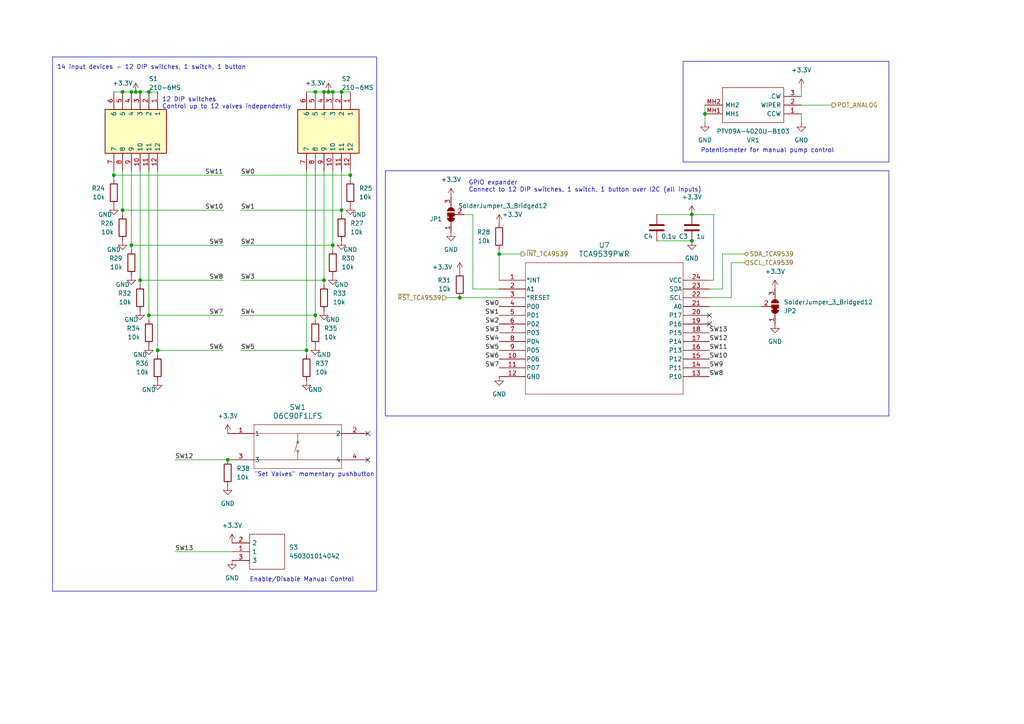
<source format=kicad_sch>
(kicad_sch (version 20230121) (generator eeschema)
  (paper "A4")
  (lib_symbols
    (symbol "2023-08-08_01-32-38:TCA9539PWR" (pin_names (offset 0.254))
      (property "Reference" "U" (at 30.48 10.16 0))
      (property "Value" "TCA9539PWR" (at 30.48 7.62 0))
      (symbol "TCA9539PWR_0_1"
        (polyline (pts (xy 7.62 -33.02) (xy 53.34 -33.02)) (stroke (width 0.127)))
        (polyline (pts (xy 7.62 5.08) (xy 7.62 -33.02)) (stroke (width 0.127)))
        (polyline (pts (xy 53.34 -33.02) (xy 53.34 5.08)) (stroke (width 0.127)))
        (polyline (pts (xy 53.34 5.08) (xy 7.62 5.08)) (stroke (width 0.127)))
        (pin output line (at 0 0 0) (length 7.62) (name "*INT") (number "1"))
        (pin bidirectional line (at 0 -22.86 0) (length 7.62) (name "P06") (number "10"))
        (pin bidirectional line (at 0 -25.4 0) (length 7.62) (name "P07") (number "11"))
        (pin power_in line (at 0 -27.94 0) (length 7.62) (name "GND") (number "12"))
        (pin bidirectional line (at 60.96 -27.94 180) (length 7.62) (name "P10") (number "13"))
        (pin bidirectional line (at 60.96 -25.4 180) (length 7.62) (name "P11") (number "14"))
        (pin bidirectional line (at 60.96 -22.86 180) (length 7.62) (name "P12") (number "15"))
        (pin bidirectional line (at 60.96 -20.32 180) (length 7.62) (name "P13") (number "16"))
        (pin bidirectional line (at 60.96 -17.78 180) (length 7.62) (name "P14") (number "17"))
        (pin bidirectional line (at 60.96 -15.24 180) (length 7.62) (name "P15") (number "18"))
        (pin bidirectional line (at 60.96 -12.7 180) (length 7.62) (name "P16") (number "19"))
        (pin input line (at 0 -2.54 0) (length 7.62) (name "A1") (number "2"))
        (pin bidirectional line (at 60.96 -10.16 180) (length 7.62) (name "P17") (number "20"))
        (pin input line (at 60.96 -7.62 180) (length 7.62) (name "A0") (number "21"))
        (pin bidirectional line (at 60.96 -5.08 180) (length 7.62) (name "SCL") (number "22"))
        (pin bidirectional line (at 60.96 -2.54 180) (length 7.62) (name "SDA") (number "23"))
        (pin power_in line (at 60.96 0 180) (length 7.62) (name "VCC") (number "24"))
        (pin input line (at 0 -5.08 0) (length 7.62) (name "*RESET") (number "3"))
        (pin bidirectional line (at 0 -7.62 0) (length 7.62) (name "P00") (number "4"))
        (pin bidirectional line (at 0 -10.16 0) (length 7.62) (name "P01") (number "5"))
        (pin bidirectional line (at 0 -12.7 0) (length 7.62) (name "P02") (number "6"))
        (pin bidirectional line (at 0 -15.24 0) (length 7.62) (name "P03") (number "7"))
        (pin bidirectional line (at 0 -17.78 0) (length 7.62) (name "P04") (number "8"))
        (pin bidirectional line (at 0 -20.32 0) (length 7.62) (name "P05") (number "9"))
      )
    )
    (symbol "210-6MS:210-6MS"
      (property "Reference" "S" (at 19.05 7.62 0))
      (property "Value" "210-6MS" (at 19.05 5.08 0))
      (symbol "210-6MS_1_1"
        (rectangle (start 5.08 2.54) (end 17.78 -15.24) (stroke (width 0.254)) (fill (type background)))
        (pin passive line (at 0 0 0) (length 5.08) (name "1") (number "1"))
        (pin passive line (at 22.86 -5.08 180) (length 5.08) (name "10") (number "10"))
        (pin passive line (at 22.86 -2.54 180) (length 5.08) (name "11") (number "11"))
        (pin passive line (at 22.86 0 180) (length 5.08) (name "12") (number "12"))
        (pin passive line (at 0 -2.54 0) (length 5.08) (name "2") (number "2"))
        (pin passive line (at 0 -5.08 0) (length 5.08) (name "3") (number "3"))
        (pin passive line (at 0 -7.62 0) (length 5.08) (name "4") (number "4"))
        (pin passive line (at 0 -10.16 0) (length 5.08) (name "5") (number "5"))
        (pin passive line (at 0 -12.7 0) (length 5.08) (name "6") (number "6"))
        (pin passive line (at 22.86 -12.7 180) (length 5.08) (name "7") (number "7"))
        (pin passive line (at 22.86 -10.16 180) (length 5.08) (name "8") (number "8"))
        (pin passive line (at 22.86 -7.62 180) (length 5.08) (name "9") (number "9"))
      )
    )
    (symbol "450301014042:450301014042" (pin_names (offset 0.762))
      (property "Reference" "S" (at 16.51 7.62 0))
      (property "Value" "450301014042" (at 16.51 5.08 0))
      (symbol "450301014042_0_0"
        (pin passive line (at 0 -2.54 0) (length 5.08) (name "1") (number "1"))
        (pin passive line (at 0 0 0) (length 5.08) (name "2") (number "2"))
        (pin passive line (at 0 -5.08 0) (length 5.08) (name "3") (number "3"))
      )
      (symbol "450301014042_0_1"
        (polyline (pts (xy 5.08 2.54) (xy 15.24 2.54) (xy 15.24 -7.62) (xy 5.08 -7.62) (xy 5.08 2.54)) (stroke (width 0.1524)))
      )
    )
    (symbol "Device:C" (pin_numbers hide) (pin_names (offset 0.254))
      (property "Reference" "C" (at 0.635 2.54 0))
      (property "Value" "C" (at 0.635 -2.54 0))
      (symbol "C_0_1"
        (polyline (pts (xy -2.032 -0.762) (xy 2.032 -0.762)) (stroke (width 0.508)))
        (polyline (pts (xy -2.032 0.762) (xy 2.032 0.762)) (stroke (width 0.508)))
      )
      (symbol "C_1_1"
        (pin passive line (at 0 3.81 270) (length 2.794) (name "~") (number "1"))
        (pin passive line (at 0 -3.81 90) (length 2.794) (name "~") (number "2"))
      )
    )
    (symbol "Device:R" (pin_numbers hide) (pin_names (offset 0))
      (property "Reference" "R" (at 2.032 0 90))
      (property "Value" "R" (at 0 0 90))
      (symbol "R_0_1"
        (rectangle (start -1.016 -2.54) (end 1.016 2.54) (stroke (width 0.254)))
      )
      (symbol "R_1_1"
        (pin passive line (at 0 3.81 270) (length 1.27) (name "~") (number "1"))
        (pin passive line (at 0 -3.81 90) (length 1.27) (name "~") (number "2"))
      )
    )
    (symbol "Jumper:SolderJumper_3_Bridged12" (pin_names (offset 0) hide)
      (property "Reference" "JP" (at -2.54 -2.54 0))
      (property "Value" "SolderJumper_3_Bridged12" (at 0 2.794 0))
      (symbol "SolderJumper_3_Bridged12_0_1"
        (rectangle (start -1.016 0.508) (end -0.508 -0.508) (fill (type outline)))
        (arc (start -1.016 1.016) (mid -2.0276 0) (end -1.016 -1.016))
        (arc (start -1.016 1.016) (mid -2.0276 0) (end -1.016 -1.016) (fill (type outline)))
        (rectangle (start -0.508 1.016) (end 0.508 -1.016) (fill (type outline)))
        (polyline (pts (xy -2.54 0) (xy -2.032 0)))
        (polyline (pts (xy -1.016 1.016) (xy -1.016 -1.016)))
        (polyline (pts (xy 0 -1.27) (xy 0 -1.016)))
        (polyline (pts (xy 1.016 1.016) (xy 1.016 -1.016)))
        (polyline (pts (xy 2.54 0) (xy 2.032 0)))
        (arc (start 1.016 -1.016) (mid 2.0276 0) (end 1.016 1.016))
        (arc (start 1.016 -1.016) (mid 2.0276 0) (end 1.016 1.016) (fill (type outline)))
      )
      (symbol "SolderJumper_3_Bridged12_1_1"
        (pin passive line (at -5.08 0 0) (length 2.54) (name "A") (number "1"))
        (pin passive line (at 0 -3.81 90) (length 2.54) (name "C") (number "2"))
        (pin passive line (at 5.08 0 180) (length 2.54) (name "B") (number "3"))
      )
    )
    (symbol "SW4_D6C90F1LFS_CNK:D6C90F1LFS" (pin_names (offset 0.254))
      (property "Reference" "SW" (at 20.32 7.62 0))
      (property "Value" "D6C90F1LFS" (at 20.32 5.08 0))
      (symbol "D6C90F1LFS_0_1"
        (polyline (pts (xy 7.62 -10.16) (xy 33.02 -10.16)) (stroke (width 0.127)))
        (polyline (pts (xy 7.62 -7.62) (xy 33.02 -7.62)) (stroke (width 0.127)))
        (polyline (pts (xy 7.62 0) (xy 33.02 0)) (stroke (width 0.127)))
        (polyline (pts (xy 7.62 2.54) (xy 7.62 -10.16)) (stroke (width 0.127)))
        (polyline (pts (xy 20.32 -5.08) (xy 20.32 -7.62)) (stroke (width 0.127)))
        (polyline (pts (xy 20.32 -2.54) (xy 19.3675 -5.3975)) (stroke (width 0.127)))
        (polyline (pts (xy 20.32 0) (xy 20.32 -2.54)) (stroke (width 0.127)))
        (polyline (pts (xy 33.02 -10.16) (xy 33.02 2.54)) (stroke (width 0.127)))
        (polyline (pts (xy 33.02 2.54) (xy 7.62 2.54)) (stroke (width 0.127)))
        (circle (center 20.32 -5.08) (radius 0.3048) (stroke (width 0.127)))
        (circle (center 20.32 -2.54) (radius 0.3048) (stroke (width 0.127)))
      )
      (symbol "D6C90F1LFS_1_1"
        (pin passive line (at 0 0 0) (length 7.62) (name "1") (number "1"))
        (pin passive line (at 40.64 0 180) (length 7.62) (name "2") (number "2"))
        (pin passive line (at 0 -7.62 0) (length 7.62) (name "3") (number "3"))
        (pin passive line (at 40.64 -7.62 180) (length 7.62) (name "4") (number "4"))
      )
    )
    (symbol "bourns:PTV09A-4020U-B103" (pin_names (offset 0.762))
      (property "Reference" "VR" (at 24.13 7.62 0))
      (property "Value" "PTV09A-4020U-B103" (at 24.13 5.08 0))
      (symbol "PTV09A-4020U-B103_0_0"
        (pin passive line (at 0 0 0) (length 5.08) (name "CCW") (number "1"))
        (pin passive line (at 0 -2.54 0) (length 5.08) (name "WIPER") (number "2"))
        (pin passive line (at 0 -5.08 0) (length 5.08) (name "CW") (number "3"))
        (pin passive line (at 27.94 0 180) (length 5.08) (name "MH1") (number "MH1"))
        (pin passive line (at 27.94 -2.54 180) (length 5.08) (name "MH2") (number "MH2"))
      )
      (symbol "PTV09A-4020U-B103_0_1"
        (polyline (pts (xy 5.08 2.54) (xy 22.86 2.54) (xy 22.86 -7.62) (xy 5.08 -7.62) (xy 5.08 2.54)) (stroke (width 0.1524)))
      )
    )
    (symbol "power:+3.3V" (power) (pin_names (offset 0))
      (property "Value" "+3.3V" (at 0 3.556 0))
      (symbol "+3.3V_0_1"
        (polyline (pts (xy -0.762 1.27) (xy 0 2.54)))
        (polyline (pts (xy 0 0) (xy 0 2.54)))
        (polyline (pts (xy 0 2.54) (xy 0.762 1.27)))
      )
      (symbol "+3.3V_1_1"
        (pin power_in line (at 0 0 90) (length 0) hide (name "+3.3V") (number "1"))
      )
    )
    (symbol "power:GND" (power) (pin_names (offset 0))
      (property "Value" "GND" (at 0 -3.81 0))
      (symbol "GND_0_1"
        (polyline (pts (xy 0 0) (xy 0 -1.27) (xy 1.27 -1.27) (xy 0 -2.54) (xy -1.27 -1.27) (xy 0 -1.27)))
      )
      (symbol "GND_1_1"
        (pin power_in line (at 0 0 270) (length 0) hide (name "GND") (number "1"))
      )
    )
  )
  (junction (at 91.44 91.44))
  (junction (at 99.06 26.67))
  (junction (at 133.35 86.36))
  (junction (at 66.04 133.35))
  (junction (at 95.25 26.67))
  (junction (at 93.98 26.67))
  (junction (at 40.64 81.28))
  (junction (at 35.56 60.96))
  (junction (at 43.18 26.67))
  (junction (at 91.44 26.67))
  (junction (at 99.06 60.96))
  (junction (at 39.37 26.67))
  (junction (at 88.9 101.6))
  (junction (at 204.47 33.02))
  (junction (at 200.66 69.85))
  (junction (at 200.66 62.23))
  (junction (at 101.6 50.8))
  (junction (at 43.18 91.44))
  (junction (at 93.98 81.28))
  (junction (at 38.1 71.12))
  (junction (at 33.02 50.8))
  (junction (at 144.78 73.66))
  (junction (at 96.52 26.67))
  (junction (at 35.56 26.67))
  (junction (at 96.52 71.12))
  (junction (at 45.72 101.6))
  (junction (at 38.1 26.67))
  (junction (at 40.64 26.67))
  (no_connect (at 106.68 133.35))
  (no_connect (at 205.74 91.44))
  (no_connect (at 205.74 93.98))
  (no_connect (at 106.68 125.73))
  (wire (pts (xy 204.47 33.02) (xy 204.47 30.48)))
  (wire (pts (xy 190.5 69.85) (xy 200.66 69.85)))
  (wire (pts (xy 39.37 26.67) (xy 40.64 26.67)))
  (wire (pts (xy 38.1 49.53) (xy 38.1 71.12)))
  (wire (pts (xy 40.64 49.53) (xy 40.64 81.28)))
  (wire (pts (xy 137.16 83.82) (xy 144.78 83.82)))
  (wire (pts (xy 212.09 86.36) (xy 212.09 76.2)))
  (wire (pts (xy 144.78 72.39) (xy 144.78 73.66)))
  (wire (pts (xy 99.06 49.53) (xy 99.06 60.96)))
  (wire (pts (xy 205.74 83.82) (xy 209.55 83.82)))
  (wire (pts (xy 212.09 76.2) (xy 215.9 76.2)))
  (wire (pts (xy 69.85 50.8) (xy 101.6 50.8)))
  (wire (pts (xy 93.98 26.67) (xy 95.25 26.67)))
  (wire (pts (xy 45.72 49.53) (xy 45.72 101.6)))
  (wire (pts (xy 96.52 49.53) (xy 96.52 71.12)))
  (wire (pts (xy 40.64 26.67) (xy 43.18 26.67)))
  (wire (pts (xy 50.8 160.02) (xy 67.31 160.02)))
  (wire (pts (xy 133.35 86.36) (xy 144.78 86.36)))
  (wire (pts (xy 43.18 49.53) (xy 43.18 91.44)))
  (wire (pts (xy 69.85 60.96) (xy 99.06 60.96)))
  (wire (pts (xy 99.06 26.67) (xy 101.6 26.67)))
  (wire (pts (xy 69.85 81.28) (xy 93.98 81.28)))
  (wire (pts (xy 207.01 81.28) (xy 205.74 81.28)))
  (wire (pts (xy 88.9 101.6) (xy 88.9 102.87)))
  (wire (pts (xy 200.66 62.23) (xy 207.01 62.23)))
  (wire (pts (xy 144.78 73.66) (xy 151.13 73.66)))
  (wire (pts (xy 232.41 27.94) (xy 232.41 25.4)))
  (wire (pts (xy 64.77 60.96) (xy 35.56 60.96)))
  (wire (pts (xy 35.56 60.96) (xy 35.56 62.23)))
  (wire (pts (xy 64.77 50.8) (xy 33.02 50.8)))
  (wire (pts (xy 64.77 81.28) (xy 40.64 81.28)))
  (wire (pts (xy 129.54 86.36) (xy 133.35 86.36)))
  (wire (pts (xy 96.52 26.67) (xy 99.06 26.67)))
  (wire (pts (xy 205.74 86.36) (xy 212.09 86.36)))
  (wire (pts (xy 137.16 62.23) (xy 134.62 62.23)))
  (wire (pts (xy 93.98 49.53) (xy 93.98 81.28)))
  (wire (pts (xy 101.6 49.53) (xy 101.6 50.8)))
  (wire (pts (xy 91.44 91.44) (xy 91.44 92.71)))
  (wire (pts (xy 38.1 71.12) (xy 38.1 72.39)))
  (wire (pts (xy 91.44 26.67) (xy 93.98 26.67)))
  (wire (pts (xy 64.77 91.44) (xy 43.18 91.44)))
  (wire (pts (xy 93.98 81.28) (xy 93.98 82.55)))
  (wire (pts (xy 95.25 26.67) (xy 96.52 26.67)))
  (wire (pts (xy 45.72 101.6) (xy 45.72 102.87)))
  (wire (pts (xy 43.18 26.67) (xy 45.72 26.67)))
  (wire (pts (xy 38.1 26.67) (xy 39.37 26.67)))
  (wire (pts (xy 209.55 73.66) (xy 215.9 73.66)))
  (wire (pts (xy 69.85 101.6) (xy 88.9 101.6)))
  (wire (pts (xy 204.47 35.56) (xy 204.47 33.02)))
  (wire (pts (xy 64.77 71.12) (xy 38.1 71.12)))
  (wire (pts (xy 33.02 50.8) (xy 33.02 52.07)))
  (wire (pts (xy 33.02 49.53) (xy 33.02 50.8)))
  (wire (pts (xy 88.9 26.67) (xy 91.44 26.67)))
  (wire (pts (xy 232.41 35.56) (xy 232.41 33.02)))
  (wire (pts (xy 137.16 83.82) (xy 137.16 62.23)))
  (wire (pts (xy 144.78 73.66) (xy 144.78 81.28)))
  (wire (pts (xy 101.6 50.8) (xy 101.6 52.07)))
  (wire (pts (xy 241.3 30.48) (xy 232.41 30.48)))
  (wire (pts (xy 207.01 62.23) (xy 207.01 81.28)))
  (wire (pts (xy 209.55 83.82) (xy 209.55 73.66)))
  (wire (pts (xy 64.77 101.6) (xy 45.72 101.6)))
  (wire (pts (xy 43.18 91.44) (xy 43.18 92.71)))
  (wire (pts (xy 88.9 49.53) (xy 88.9 101.6)))
  (wire (pts (xy 33.02 26.67) (xy 35.56 26.67)))
  (wire (pts (xy 205.74 88.9) (xy 220.98 88.9)))
  (wire (pts (xy 35.56 49.53) (xy 35.56 60.96)))
  (wire (pts (xy 96.52 71.12) (xy 96.52 72.39)))
  (wire (pts (xy 69.85 91.44) (xy 91.44 91.44)))
  (wire (pts (xy 190.5 62.23) (xy 200.66 62.23)))
  (wire (pts (xy 40.64 81.28) (xy 40.64 82.55)))
  (wire (pts (xy 69.85 71.12) (xy 96.52 71.12)))
  (wire (pts (xy 99.06 60.96) (xy 99.06 62.23)))
  (wire (pts (xy 35.56 26.67) (xy 38.1 26.67)))
  (wire (pts (xy 50.8 133.35) (xy 66.04 133.35)))
  (wire (pts (xy 91.44 49.53) (xy 91.44 91.44)))
  (rectangle (start 15.24 16.51) (end 109.22 171.45))
  (rectangle (start 111.76 49.53) (end 257.81 120.65))
  (rectangle (start 198.12 17.78) (end 257.81 46.99))
  (text "14 input devices - 12 DIP switches, 1 switch, 1 button" (at 16.51 20.32 0) (effects (font (size 1.27 1.27)) (justify left bottom)))
  (text "GPIO expander\nConnect to 12 DIP switches, 1 switch, 1 button over I2C (all inputs)" (at 135.89 55.88 0) (effects (font (size 1.27 1.27)) (justify left bottom)))
  (text "\"Set Valves\" momentary pushbutton" (at 73.66 138.43 0) (effects (font (size 1.27 1.27)) (justify left bottom)))
  (text "Enable/Disable Manual Control" (at 72.39 168.91 0) (effects (font (size 1.27 1.27)) (justify left bottom)))
  (text "12 DIP switches\nControl up to 12 valves independently" (at 46.99 31.75 0) (effects (font (size 1.27 1.27)) (justify left bottom)))
  (text "Potentiometer for manual pump control" (at 203.2 44.45 0) (effects (font (size 1.27 1.27)) (justify left bottom)))
  (label "SW6" (at 144.78 104.14 180))
  (label "SW13" (at 50.8 160.02 0))
  (label "SW5" (at 144.78 101.6 180))
  (label "SW13" (at 205.74 96.52 0))
  (label "SW5" (at 69.85 101.6 0))
  (label "SW8" (at 64.77 81.28 180))
  (label "SW10" (at 205.74 104.14 0))
  (label "SW3" (at 144.78 96.52 180))
  (label "SW6" (at 64.77 101.6 180))
  (label "SW1" (at 144.78 91.44 180))
  (label "SW11" (at 205.74 101.6 0))
  (label "SW8" (at 205.74 109.22 0))
  (label "SW2" (at 144.78 93.98 180))
  (label "SW0" (at 144.78 88.9 180))
  (label "SW7" (at 144.78 106.68 180))
  (label "SW9" (at 205.74 106.68 0))
  (label "SW9" (at 64.77 71.12 180))
  (label "SW1" (at 69.85 60.96 0))
  (label "SW7" (at 64.77 91.44 180))
  (label "SW12" (at 205.74 99.06 0))
  (label "SW4" (at 69.85 91.44 0))
  (label "SW12" (at 50.8 133.35 0))
  (label "SW3" (at 69.85 81.28 0))
  (label "SW0" (at 69.85 50.8 0))
  (label "SW4" (at 144.78 99.06 180))
  (label "SW2" (at 69.85 71.12 0))
  (label "SW10" (at 64.77 60.96 180))
  (label "SW11" (at 64.77 50.8 180))
  (hierarchical_label "SDA_TCA9539" (shape bidirectional) (at 215.9 73.66 0))
  (hierarchical_label "POT_ANALOG" (shape output) (at 241.3 30.48 0))
  (hierarchical_label "~{INT}_TCA9539" (shape output) (at 151.13 73.66 0))
  (hierarchical_label "~{RST}_TCA9539" (shape input) (at 129.54 86.36 180))
  (hierarchical_label "SCL_TCA9539" (shape input) (at 215.9 76.2 0))
  (symbol (lib_id "Device:R") (at 91.44 96.52 0) (unit 1)
    (property "Reference" "R35" (at 93.98 95.25 0) (effects (justify left)))
    (property "Value" "10k" (at 93.98 97.79 0) (effects (justify left)))
    (property "Footprint" "Resistor_SMD:R_0402_1005Metric" (effects hide))
  )
  (symbol (lib_id "power:+3.3V") (at 224.79 83.82 0) (unit 1)
    (property "Reference" "#PWR0113" (effects hide))
    (property "Value" "+3.3V" (at 224.79 78.74 0))
  )
  (symbol (lib_id "power:GND") (at 99.06 69.85 0) (unit 1)
    (property "Reference" "#PWR0108" (effects hide))
    (property "Value" "GND" (at 101.6 72.39 0))
  )
  (symbol (lib_id "power:GND") (at 224.79 93.98 0) (unit 1)
    (property "Reference" "#PWR0116" (effects hide))
    (property "Value" "GND" (at 224.79 99.06 0))
  )
  (symbol (lib_id "power:GND") (at 45.72 110.49 0) (mirror y) (unit 1)
    (property "Reference" "#PWR0120" (effects hide))
    (property "Value" "GND" (at 43.18 113.03 0))
  )
  (symbol (lib_id "Device:R") (at 33.02 55.88 0) (mirror y) (unit 1)
    (property "Reference" "R24" (at 30.48 54.61 0) (effects (justify left)))
    (property "Value" "10k" (at 30.48 57.15 0) (effects (justify left)))
    (property "Footprint" "Resistor_SMD:R_0402_1005Metric" (effects hide))
  )
  (symbol (lib_id "power:GND") (at 200.66 69.85 0) (unit 1)
    (property "Reference" "#PWR0109" (effects hide))
    (property "Value" "GND" (at 200.66 74.93 0))
  )
  (symbol (lib_id "power:GND") (at 35.56 69.85 0) (mirror y) (unit 1)
    (property "Reference" "#PWR0107" (effects hide))
    (property "Value" "GND" (at 33.02 72.39 0))
  )
  (symbol (lib_id "Device:R") (at 43.18 96.52 0) (mirror y) (unit 1)
    (property "Reference" "R34" (at 40.64 95.25 0) (effects (justify left)))
    (property "Value" "10k" (at 40.64 97.79 0) (effects (justify left)))
    (property "Footprint" "Resistor_SMD:R_0402_1005Metric" (effects hide))
  )
  (symbol (lib_id "power:GND") (at 144.78 109.22 0) (unit 1)
    (property "Reference" "#PWR0119" (effects hide))
    (property "Value" "GND" (at 144.78 114.3 0))
  )
  (symbol (lib_id "power:GND") (at 204.47 35.56 0) (unit 1)
    (property "Reference" "#PWR099" (effects hide))
    (property "Value" "GND" (at 204.47 40.64 0))
  )
  (symbol (lib_id "Device:R") (at 66.04 137.16 0) (unit 1)
    (property "Reference" "R38" (at 68.58 135.89 0) (effects (justify left)))
    (property "Value" "10k" (at 68.58 138.43 0) (effects (justify left)))
    (property "Footprint" "Resistor_SMD:R_0402_1005Metric" (effects hide))
  )
  (symbol (lib_id "bourns:PTV09A-4020U-B103") (at 232.41 33.02 180) (unit 1)
    (property "Reference" "VR1" (at 218.44 40.64 0))
    (property "Value" "PTV09A-4020U-B103" (at 218.44 38.1 0))
    (property "Footprint" "bourns:PTV09A4015FB103" (effects hide))
    (property "Datasheet" "https://www.bourns.com/docs/product-datasheets/PTV09.pdf" (effects hide))
    (property "Description" "Bourns 1 Gang Linear Carbon Potentiometer with a 6 mm Dia. Shaft, 10k, +/-20%, 0.05W, Linear PTV09A-4020U-B103" (effects hide))
    (property "Height" "15.5" (effects hide))
    (property "Manufacturer_Name" "Bourns" (effects hide))
    (property "Manufacturer_Part_Number" "PTV09A-4020U-B103" (effects hide))
    (property "Mouser Part Number" "652-PTV09A-4020UB103" (effects hide))
    (property "Mouser Price/Stock" "https://www.mouser.co.uk/ProductDetail/Bourns/PTV09A-4020U-B103/?qs=X8nz4ozed5jV1VKYmOgvXg%3D%3D" (effects hide))
    (property "Arrow Part Number" "PTV09A-4020U-B103" (effects hide))
    (property "Arrow Price/Stock" "https://www.arrow.com/en/products/ptv09a-4020u-b103/bourns" (effects hide))
  )
  (symbol (lib_id "Device:R") (at 101.6 55.88 0) (unit 1)
    (property "Reference" "R25" (at 104.14 54.61 0) (effects (justify left)))
    (property "Value" "10k" (at 104.14 57.15 0) (effects (justify left)))
    (property "Footprint" "Resistor_SMD:R_0402_1005Metric" (effects hide))
  )
  (symbol (lib_id "Device:R") (at 133.35 82.55 0) (mirror y) (unit 1)
    (property "Reference" "R31" (at 130.81 81.28 0) (effects (justify left)))
    (property "Value" "10k" (at 130.81 83.82 0) (effects (justify left)))
    (property "Footprint" "Resistor_SMD:R_0402_1005Metric" (effects hide))
  )
  (symbol (lib_id "power:GND") (at 91.44 100.33 0) (unit 1)
    (property "Reference" "#PWR0118" (effects hide))
    (property "Value" "GND" (at 93.98 102.87 0))
  )
  (symbol (lib_id "Device:R") (at 88.9 106.68 0) (unit 1)
    (property "Reference" "R37" (at 91.44 105.41 0) (effects (justify left)))
    (property "Value" "10k" (at 91.44 107.95 0) (effects (justify left)))
    (property "Footprint" "Resistor_SMD:R_0402_1005Metric" (effects hide))
  )
  (symbol (lib_id "Device:R") (at 96.52 76.2 0) (unit 1)
    (property "Reference" "R30" (at 99.06 74.93 0) (effects (justify left)))
    (property "Value" "10k" (at 99.06 77.47 0) (effects (justify left)))
    (property "Footprint" "Resistor_SMD:R_0402_1005Metric" (effects hide))
  )
  (symbol (lib_id "power:GND") (at 101.6 59.69 0) (unit 1)
    (property "Reference" "#PWR0103" (effects hide))
    (property "Value" "GND" (at 104.14 62.23 0))
  )
  (symbol (lib_id "power:GND") (at 93.98 90.17 0) (unit 1)
    (property "Reference" "#PWR0115" (effects hide))
    (property "Value" "GND" (at 96.52 92.71 0))
  )
  (symbol (lib_id "Device:R") (at 99.06 66.04 0) (unit 1)
    (property "Reference" "R27" (at 101.6 64.77 0) (effects (justify left)))
    (property "Value" "10k" (at 101.6 67.31 0) (effects (justify left)))
    (property "Footprint" "Resistor_SMD:R_0402_1005Metric" (effects hide))
  )
  (symbol (lib_id "power:GND") (at 130.81 67.31 0) (mirror y) (unit 1)
    (property "Reference" "#PWR0106" (effects hide))
    (property "Value" "GND" (at 130.81 72.39 0))
  )
  (symbol (lib_id "Device:R") (at 40.64 86.36 0) (mirror y) (unit 1)
    (property "Reference" "R32" (at 38.1 85.09 0) (effects (justify left)))
    (property "Value" "10k" (at 38.1 87.63 0) (effects (justify left)))
    (property "Footprint" "Resistor_SMD:R_0402_1005Metric" (effects hide))
  )
  (symbol (lib_id "power:GND") (at 96.52 80.01 0) (unit 1)
    (property "Reference" "#PWR0112" (effects hide))
    (property "Value" "GND" (at 99.06 82.55 0))
  )
  (symbol (lib_id "power:+3.3V") (at 232.41 25.4 0) (unit 1)
    (property "Reference" "#PWR096" (effects hide))
    (property "Value" "+3.3V" (at 232.41 20.32 0))
  )
  (symbol (lib_id "power:+3.3V") (at 66.04 125.73 0) (unit 1)
    (property "Reference" "#PWR0122" (effects hide))
    (property "Value" "+3.3V" (at 66.04 120.65 0))
  )
  (symbol (lib_id "power:+3.3V") (at 67.31 157.48 0) (unit 1)
    (property "Reference" "#PWR0124" (effects hide))
    (property "Value" "+3.3V" (at 67.31 152.4 0))
  )
  (symbol (lib_id "Device:C") (at 190.5 66.04 0) (unit 1)
    (property "Reference" "C4" (at 186.69 68.58 0) (effects (justify left)))
    (property "Value" "0.1u" (at 191.77 68.58 0) (effects (justify left)))
    (property "Footprint" "Capacitor_SMD:C_0603_1608Metric" (effects hide))
    (instances (project "fluidics-v2" (path "" (reference "C4") (unit 1)) (path "" (reference "C6") (unit 1)) (path "" (reference "C9") (unit 1)) (path "" (reference "C13") (unit 1)) (path "" (reference "C17") (unit 1)) (path "" (reference "C21") (unit 1)) (path "" (reference "C31") (unit 1))))
  )
  (symbol (lib_id "power:+3.3V") (at 144.78 64.77 0) (unit 1)
    (property "Reference" "#PWR0105" (effects hide))
    (property "Value" "+3.3V" (at 148.59 62.23 0))
  )
  (symbol (lib_id "power:GND") (at 232.41 35.56 0) (unit 1)
    (property "Reference" "#PWR0100" (effects hide))
    (property "Value" "GND" (at 232.41 40.64 0))
  )
  (symbol (lib_id "power:+3.3V") (at 130.81 57.15 0) (mirror y) (unit 1)
    (property "Reference" "#PWR0101" (effects hide))
    (property "Value" "+3.3V" (at 130.81 52.07 0))
  )
  (symbol (lib_id "power:GND") (at 43.18 100.33 0) (mirror y) (unit 1)
    (property "Reference" "#PWR0117" (effects hide))
    (property "Value" "GND" (at 40.64 102.87 0))
  )
  (symbol (lib_id "power:+3.3V") (at 133.35 78.74 0) (unit 1)
    (property "Reference" "#PWR0110" (effects hide))
    (property "Value" "+3.3V" (at 128.27 77.47 0))
  )
  (symbol (lib_id "210-6MS:210-6MS") (at 101.6 26.67 270) (unit 1)
    (property "Reference" "S2" (at 99.06 22.86 90) (effects (justify left)))
    (property "Value" "210-6MS" (at 99.06 25.4 90) (effects (justify left)))
    (property "Footprint" "210-6MS:2106MS" (effects hide))
    (property "Height" "4.98" (effects hide))
    (property "Mouser Part Number" "774-2106MS" (effects hide))
    (property "Mouser Price/Stock" "https://www.mouser.co.uk/ProductDetail/CTS-Electronic-Components/210-6MS?qs=hDoPxpGr7ld%2FmEDgAHkSUw%3D%3D" (effects hide))
    (property "Manufacturer_Name" "CTS" (effects hide))
    (property "Manufacturer_Part_Number" "210-6MS" (effects hide))
  )
  (symbol (lib_id "power:GND") (at 88.9 110.49 0) (unit 1)
    (property "Reference" "#PWR0121" (effects hide))
    (property "Value" "GND" (at 91.44 113.03 0))
  )
  (symbol (lib_id "power:GND") (at 66.04 140.97 0) (unit 1)
    (property "Reference" "#PWR0123" (effects hide))
    (property "Value" "GND" (at 66.04 146.05 0))
  )
  (symbol (lib_id "power:GND") (at 38.1 80.01 0) (mirror y) (unit 1)
    (property "Reference" "#PWR0111" (effects hide))
    (property "Value" "GND" (at 35.56 82.55 0))
  )
  (symbol (lib_id "210-6MS:210-6MS") (at 45.72 26.67 270) (unit 1)
    (property "Reference" "S1" (at 43.18 22.86 90) (effects (justify left)))
    (property "Value" "210-6MS" (at 43.18 25.4 90) (effects (justify left)))
    (property "Footprint" "210-6MS:2106MS" (effects hide))
    (property "Height" "4.98" (effects hide))
    (property "Mouser Part Number" "774-2106MS" (effects hide))
    (property "Mouser Price/Stock" "https://www.mouser.co.uk/ProductDetail/CTS-Electronic-Components/210-6MS?qs=hDoPxpGr7ld%2FmEDgAHkSUw%3D%3D" (effects hide))
    (property "Manufacturer_Name" "CTS" (effects hide))
    (property "Manufacturer_Part_Number" "210-6MS" (effects hide))
  )
  (symbol (lib_id "Device:R") (at 38.1 76.2 0) (mirror y) (unit 1)
    (property "Reference" "R29" (at 35.56 74.93 0) (effects (justify left)))
    (property "Value" "10k" (at 35.56 77.47 0) (effects (justify left)))
    (property "Footprint" "Resistor_SMD:R_0402_1005Metric" (effects hide))
  )
  (symbol (lib_id "Device:R") (at 45.72 106.68 0) (mirror y) (unit 1)
    (property "Reference" "R36" (at 43.18 105.41 0) (effects (justify left)))
    (property "Value" "10k" (at 43.18 107.95 0) (effects (justify left)))
    (property "Footprint" "Resistor_SMD:R_0402_1005Metric" (effects hide))
  )
  (symbol (lib_id "2023-08-08_01-32-38:TCA9539PWR") (at 144.78 81.28 0) (unit 1)
    (property "Reference" "U7" (at 175.26 71.12 0) (effects (font (size 1.524 1.524))))
    (property "Value" "TCA9539PWR" (at 175.26 73.66 0) (effects (font (size 1.524 1.524))))
    (property "Footprint" "TCA9539PWR:PW24" (effects hide))
    (property "Datasheet" "TCA9539PWR" (effects hide))
  )
  (symbol (lib_id "SW4_D6C90F1LFS_CNK:D6C90F1LFS") (at 66.04 125.73 0) (unit 1)
    (property "Reference" "SW1" (at 86.36 118.11 0) (effects (font (size 1.524 1.524))))
    (property "Value" "D6C90F1LFS" (at 86.36 120.65 0) (effects (font (size 1.524 1.524))))
    (property "Footprint" "SW4_D6C90F1LFS_CNK" (effects hide))
    (property "Datasheet" "D6C90F1LFS" (effects hide))
  )
  (symbol (lib_id "power:GND") (at 33.02 59.69 0) (mirror y) (unit 1)
    (property "Reference" "#PWR0102" (effects hide))
    (property "Value" "GND" (at 30.48 62.23 0))
  )
  (symbol (lib_id "power:+3.3V") (at 95.25 26.67 0) (unit 1)
    (property "Reference" "#PWR098" (effects hide))
    (property "Value" "+3.3V" (at 91.44 24.13 0))
  )
  (symbol (lib_id "Jumper:SolderJumper_3_Bridged12") (at 130.81 62.23 90) (unit 1)
    (property "Reference" "JP1" (at 128.27 63.5 90) (effects (justify left)))
    (property "Value" "SolderJumper_3_Bridged12" (at 158.75 59.69 90) (effects (justify left)))
    (property "Footprint" "Jumper:SolderJumper-3_P1.3mm_Bridged12_Pad1.0x1.5mm_NumberLabels" (effects hide))
  )
  (symbol (lib_id "Device:R") (at 93.98 86.36 0) (unit 1)
    (property "Reference" "R33" (at 96.52 85.09 0) (effects (justify left)))
    (property "Value" "10k" (at 96.52 87.63 0) (effects (justify left)))
    (property "Footprint" "Resistor_SMD:R_0402_1005Metric" (effects hide))
  )
  (symbol (lib_id "Device:R") (at 144.78 68.58 0) (mirror y) (unit 1)
    (property "Reference" "R28" (at 142.24 67.31 0) (effects (justify left)))
    (property "Value" "10k" (at 142.24 69.85 0) (effects (justify left)))
    (property "Footprint" "Resistor_SMD:R_0402_1005Metric" (effects hide))
  )
  (symbol (lib_id "power:+3.3V") (at 200.66 62.23 0) (unit 1)
    (property "Reference" "#PWR061" (effects hide))
    (property "Value" "+3.3V" (at 200.66 57.15 0))
    (instances (project "fluidics-v2" (path "" (reference "#PWR061") (unit 1)) (path "" (reference "#PWR067") (unit 1)) (path "" (reference "#PWR072") (unit 1)) (path "" (reference "#PWR077") (unit 1)) (path "" (reference "#PWR082") (unit 1)) (path "" (reference "#PWR0104") (unit 1))))
  )
  (symbol (lib_id "Jumper:SolderJumper_3_Bridged12") (at 224.79 88.9 270) (mirror x) (unit 1)
    (property "Reference" "JP2" (at 227.33 90.17 90) (effects (justify left)))
    (property "Value" "SolderJumper_3_Bridged12" (at 227.33 87.63 90) (effects (justify left)))
    (property "Footprint" "Jumper:SolderJumper-3_P1.3mm_Bridged12_Pad1.0x1.5mm_NumberLabels" (effects hide))
  )
  (symbol (lib_id "power:GND") (at 40.64 90.17 0) (mirror y) (unit 1)
    (property "Reference" "#PWR0114" (effects hide))
    (property "Value" "GND" (at 38.1 92.71 0))
  )
  (symbol (lib_id "Device:R") (at 35.56 66.04 0) (mirror y) (unit 1)
    (property "Reference" "R26" (at 33.02 64.77 0) (effects (justify left)))
    (property "Value" "10k" (at 33.02 67.31 0) (effects (justify left)))
    (property "Footprint" "Resistor_SMD:R_0402_1005Metric" (effects hide))
  )
  (symbol (lib_id "Device:C") (at 200.66 66.04 0) (unit 1)
    (property "Reference" "C3" (at 196.85 68.58 0) (effects (justify left)))
    (property "Value" "1u" (at 201.93 68.58 0) (effects (justify left)))
    (property "Footprint" "Capacitor_SMD:C_0603_1608Metric" (effects hide))
    (instances (project "fluidics-v2" (path "" (reference "C3") (unit 1)) (path "" (reference "C7") (unit 1)) (path "" (reference "C10") (unit 1)) (path "" (reference "C14") (unit 1)) (path "" (reference "C18") (unit 1)) (path "" (reference "C22") (unit 1)) (path "" (reference "C32") (unit 1))))
  )
  (symbol (lib_id "power:GND") (at 67.31 162.56 0) (unit 1)
    (property "Reference" "#PWR0125" (effects hide))
    (property "Value" "GND" (at 67.31 167.64 0))
  )
  (symbol (lib_id "450301014042:450301014042") (at 67.31 157.48 0) (unit 1)
    (property "Reference" "S3" (at 83.82 158.75 0) (effects (justify left)))
    (property "Value" "450301014042" (at 83.82 161.29 0) (effects (justify left)))
    (property "Footprint" "wurth:450301014042" (effects hide))
    (property "Datasheet" "http://docs-emea.rs-online.com/webdocs/126a/0900766b8126a6c7.pdf" (effects hide))
    (property "Description" "Mini Slide Switch 10x2.5mm SPDT on / on Through Hole Slide Switch SPDT On-On 100 mA@ 42 V dc Slide" (effects hide))
    (property "Manufacturer_Name" "Wurth Elektronik" (effects hide))
    (property "Manufacturer_Part_Number" "450301014042" (effects hide))
    (property "Mouser Part Number" "710-450301014042" (effects hide))
    (property "Mouser Price/Stock" "https://www.mouser.co.uk/ProductDetail/Wurth-Elektronik/450301014042/?qs=wr8lucFkNMW0uepaR4R%2Fww%3D%3D" (effects hide))
  )
  (symbol (lib_id "power:+3.3V") (at 39.37 26.67 0) (mirror y) (unit 1)
    (property "Reference" "#PWR097" (effects hide))
    (property "Value" "+3.3V" (at 35.56 24.13 0))
  )
)
</source>
